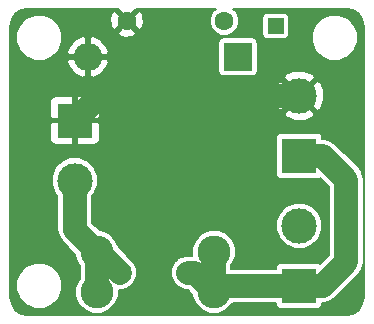
<source format=gbl>
G04 #@! TF.FileFunction,Copper,L2,Bot,Signal*
%FSLAX46Y46*%
G04 Gerber Fmt 4.6, Leading zero omitted, Abs format (unit mm)*
G04 Created by KiCad (PCBNEW 4.0.7) date 07/04/19 18:58:04*
%MOMM*%
%LPD*%
G01*
G04 APERTURE LIST*
%ADD10C,0.100000*%
%ADD11R,2.400000X2.400000*%
%ADD12O,2.400000X2.400000*%
%ADD13C,1.600000*%
%ADD14C,2.000000*%
%ADD15R,1.350000X1.350000*%
%ADD16R,3.000000X3.000000*%
%ADD17C,3.000000*%
%ADD18C,2.780000*%
%ADD19C,2.032000*%
%ADD20C,0.200000*%
G04 APERTURE END LIST*
D10*
D11*
X146812000Y-53975000D03*
D12*
X134112000Y-53975000D03*
D13*
X137418000Y-50927000D03*
X145668000Y-50927000D03*
D14*
X136800000Y-72263000D03*
X142600000Y-72263000D03*
D15*
X149998000Y-51365000D03*
D16*
X151998000Y-62365000D03*
D17*
X151998000Y-57285000D03*
D16*
X132998000Y-59365000D03*
D17*
X132998000Y-64445000D03*
D16*
X151998000Y-73365000D03*
D17*
X151998000Y-68285000D03*
D18*
X134874000Y-70485000D03*
X134874000Y-73885000D03*
X144794000Y-70485000D03*
X144794000Y-73885000D03*
D19*
X151998000Y-57285000D02*
X135078000Y-57285000D01*
X135078000Y-57285000D02*
X132998000Y-59365000D01*
X151998000Y-73365000D02*
X145314000Y-73365000D01*
X145314000Y-73365000D02*
X144794000Y-73885000D01*
X144794000Y-70485000D02*
X144794000Y-73885000D01*
X142600000Y-72263000D02*
X143172000Y-72263000D01*
X143172000Y-72263000D02*
X144794000Y-73885000D01*
X151998000Y-73365000D02*
X153998000Y-73365000D01*
X153998000Y-62365000D02*
X151998000Y-62365000D01*
X155998000Y-64365000D02*
X153998000Y-62365000D01*
X155998000Y-71365000D02*
X155998000Y-64365000D01*
X153998000Y-73365000D02*
X155998000Y-71365000D01*
X134874000Y-70485000D02*
X135022000Y-70485000D01*
X135022000Y-70485000D02*
X136800000Y-72263000D01*
X134874000Y-73885000D02*
X134874000Y-70485000D01*
X132998000Y-64445000D02*
X132998000Y-68609000D01*
X132998000Y-68609000D02*
X134874000Y-70485000D01*
X132998000Y-64445000D02*
X133078000Y-64445000D01*
D20*
G36*
X136625820Y-49917031D02*
X137418000Y-50709211D01*
X138210180Y-49917031D01*
X138201238Y-49890000D01*
X144937500Y-49890000D01*
X144608919Y-50218007D01*
X144418217Y-50677269D01*
X144417783Y-51174550D01*
X144607684Y-51634143D01*
X144959007Y-51986081D01*
X145418269Y-52176783D01*
X145915550Y-52177217D01*
X146375143Y-51987316D01*
X146727081Y-51635993D01*
X146917783Y-51176731D01*
X146918207Y-50690000D01*
X148864184Y-50690000D01*
X148864184Y-52040000D01*
X148895562Y-52206760D01*
X148994117Y-52359919D01*
X149144495Y-52462668D01*
X149323000Y-52498816D01*
X150673000Y-52498816D01*
X150839760Y-52467438D01*
X150992919Y-52368883D01*
X151095668Y-52218505D01*
X151131816Y-52040000D01*
X151131816Y-50690000D01*
X151100438Y-50523240D01*
X151001883Y-50370081D01*
X150851505Y-50267332D01*
X150673000Y-50231184D01*
X149323000Y-50231184D01*
X149156240Y-50262562D01*
X149003081Y-50361117D01*
X148900332Y-50511495D01*
X148864184Y-50690000D01*
X146918207Y-50690000D01*
X146918217Y-50679450D01*
X146728316Y-50219857D01*
X146399035Y-49890000D01*
X155946294Y-49890000D01*
X156558522Y-50011780D01*
X157033710Y-50329290D01*
X157351220Y-50804479D01*
X157473000Y-51416706D01*
X157473000Y-74313294D01*
X157351220Y-74925521D01*
X157033710Y-75400710D01*
X156558522Y-75718220D01*
X155946294Y-75840000D01*
X129049706Y-75840000D01*
X128437479Y-75718220D01*
X127962290Y-75400710D01*
X127644780Y-74925522D01*
X127523000Y-74313294D01*
X127523000Y-73751177D01*
X128047662Y-73751177D01*
X128343906Y-74468143D01*
X128891971Y-75017166D01*
X129608419Y-75314661D01*
X130384177Y-75315338D01*
X131101143Y-75019094D01*
X131650166Y-74471029D01*
X131947661Y-73754581D01*
X131948338Y-72978823D01*
X131652094Y-72261857D01*
X131104029Y-71712834D01*
X130387581Y-71415339D01*
X129611823Y-71414662D01*
X128894857Y-71710906D01*
X128345834Y-72258971D01*
X128048339Y-72975419D01*
X128047662Y-73751177D01*
X127523000Y-73751177D01*
X127523000Y-64831177D01*
X131047662Y-64831177D01*
X131343906Y-65548143D01*
X131532000Y-65736566D01*
X131532000Y-68608995D01*
X131531999Y-68609000D01*
X131643593Y-69170014D01*
X131961381Y-69645619D01*
X133033796Y-70718033D01*
X133033681Y-70849393D01*
X133313214Y-71525915D01*
X133408000Y-71620867D01*
X133408000Y-72748558D01*
X133315033Y-72841363D01*
X133034320Y-73517396D01*
X133033681Y-74249393D01*
X133313214Y-74925915D01*
X133830363Y-75443967D01*
X134506396Y-75724680D01*
X135238393Y-75725319D01*
X135914915Y-75445786D01*
X136432967Y-74928637D01*
X136713680Y-74252604D01*
X136714151Y-73712926D01*
X136719208Y-73712930D01*
X136800000Y-73729001D01*
X136880087Y-73713070D01*
X137087157Y-73713251D01*
X137280225Y-73633477D01*
X137361014Y-73617407D01*
X137428905Y-73572044D01*
X137620286Y-73492967D01*
X137768126Y-73345384D01*
X137836619Y-73299619D01*
X137881985Y-73231724D01*
X138028533Y-73085431D01*
X138108644Y-72892504D01*
X138154407Y-72824014D01*
X138170337Y-72743931D01*
X138249748Y-72552688D01*
X138249930Y-72343793D01*
X138266001Y-72263000D01*
X141134000Y-72263000D01*
X141149930Y-72343083D01*
X141149749Y-72550157D01*
X141229523Y-72743225D01*
X141245593Y-72824014D01*
X141290956Y-72891905D01*
X141370033Y-73083286D01*
X141517616Y-73231126D01*
X141563381Y-73299619D01*
X141631276Y-73344985D01*
X141777569Y-73491533D01*
X141970496Y-73571644D01*
X142038986Y-73617407D01*
X142119068Y-73633336D01*
X142310312Y-73712748D01*
X142519212Y-73712930D01*
X142556013Y-73720250D01*
X142953796Y-74118033D01*
X142953681Y-74249393D01*
X143233214Y-74925915D01*
X143750363Y-75443967D01*
X144426396Y-75724680D01*
X145158393Y-75725319D01*
X145834915Y-75445786D01*
X146352967Y-74928637D01*
X146393509Y-74831000D01*
X150039184Y-74831000D01*
X150039184Y-74865000D01*
X150070562Y-75031760D01*
X150169117Y-75184919D01*
X150319495Y-75287668D01*
X150498000Y-75323816D01*
X153498000Y-75323816D01*
X153664760Y-75292438D01*
X153817919Y-75193883D01*
X153920668Y-75043505D01*
X153956816Y-74865000D01*
X153956816Y-74831000D01*
X153997995Y-74831000D01*
X153998000Y-74831001D01*
X154559014Y-74719407D01*
X155034619Y-74401619D01*
X157034616Y-72401621D01*
X157034619Y-72401619D01*
X157352407Y-71926014D01*
X157357781Y-71898999D01*
X157464001Y-71365000D01*
X157464000Y-71364995D01*
X157464000Y-64365005D01*
X157464001Y-64365000D01*
X157352407Y-63803986D01*
X157295893Y-63719407D01*
X157034619Y-63328381D01*
X157034616Y-63328379D01*
X155034619Y-61328381D01*
X154559014Y-61010593D01*
X153998000Y-60898999D01*
X153997995Y-60899000D01*
X153956816Y-60899000D01*
X153956816Y-60865000D01*
X153925438Y-60698240D01*
X153826883Y-60545081D01*
X153676505Y-60442332D01*
X153498000Y-60406184D01*
X150498000Y-60406184D01*
X150331240Y-60437562D01*
X150178081Y-60536117D01*
X150075332Y-60686495D01*
X150039184Y-60865000D01*
X150039184Y-63865000D01*
X150070562Y-64031760D01*
X150169117Y-64184919D01*
X150319495Y-64287668D01*
X150498000Y-64323816D01*
X153498000Y-64323816D01*
X153664760Y-64292438D01*
X153778811Y-64219048D01*
X154532000Y-64972237D01*
X154532000Y-70757763D01*
X153778049Y-71511714D01*
X153676505Y-71442332D01*
X153498000Y-71406184D01*
X150498000Y-71406184D01*
X150331240Y-71437562D01*
X150178081Y-71536117D01*
X150075332Y-71686495D01*
X150039184Y-71865000D01*
X150039184Y-71899000D01*
X146260000Y-71899000D01*
X146260000Y-71621442D01*
X146352967Y-71528637D01*
X146633680Y-70852604D01*
X146634319Y-70120607D01*
X146354786Y-69444085D01*
X145837637Y-68926033D01*
X145223875Y-68671177D01*
X150047662Y-68671177D01*
X150343906Y-69388143D01*
X150891971Y-69937166D01*
X151608419Y-70234661D01*
X152384177Y-70235338D01*
X153101143Y-69939094D01*
X153650166Y-69391029D01*
X153947661Y-68674581D01*
X153948338Y-67898823D01*
X153652094Y-67181857D01*
X153104029Y-66632834D01*
X152387581Y-66335339D01*
X151611823Y-66334662D01*
X150894857Y-66630906D01*
X150345834Y-67178971D01*
X150048339Y-67895419D01*
X150047662Y-68671177D01*
X145223875Y-68671177D01*
X145161604Y-68645320D01*
X144429607Y-68644681D01*
X143753085Y-68924214D01*
X143235033Y-69441363D01*
X142954320Y-70117396D01*
X142953727Y-70797000D01*
X142600000Y-70797000D01*
X142519917Y-70812930D01*
X142312843Y-70812749D01*
X142119775Y-70892523D01*
X142038986Y-70908593D01*
X141971095Y-70953956D01*
X141779714Y-71033033D01*
X141631874Y-71180616D01*
X141563381Y-71226381D01*
X141518015Y-71294276D01*
X141371467Y-71440569D01*
X141291356Y-71633496D01*
X141245593Y-71701986D01*
X141229664Y-71782068D01*
X141150252Y-71973312D01*
X141150070Y-72182212D01*
X141134000Y-72263000D01*
X138266001Y-72263000D01*
X138250070Y-72182913D01*
X138250251Y-71975843D01*
X138170477Y-71782774D01*
X138154407Y-71701987D01*
X138109045Y-71634098D01*
X138029967Y-71442714D01*
X137882382Y-71294872D01*
X137836619Y-71226382D01*
X136702683Y-70092445D01*
X136434786Y-69444085D01*
X135917637Y-68926033D01*
X135241604Y-68645320D01*
X135107440Y-68645203D01*
X134464000Y-68001762D01*
X134464000Y-65736870D01*
X134650166Y-65551029D01*
X134947661Y-64834581D01*
X134948338Y-64058823D01*
X134652094Y-63341857D01*
X134104029Y-62792834D01*
X133387581Y-62495339D01*
X132611823Y-62494662D01*
X131894857Y-62790906D01*
X131345834Y-63338971D01*
X131048339Y-64055419D01*
X131047662Y-64831177D01*
X127523000Y-64831177D01*
X127523000Y-59671000D01*
X130890000Y-59671000D01*
X130890000Y-60985939D01*
X130982563Y-61209405D01*
X131153596Y-61380438D01*
X131377062Y-61473000D01*
X132692000Y-61473000D01*
X132844000Y-61321000D01*
X132844000Y-59519000D01*
X133152000Y-59519000D01*
X133152000Y-61321000D01*
X133304000Y-61473000D01*
X134618938Y-61473000D01*
X134842404Y-61380438D01*
X135013437Y-61209405D01*
X135106000Y-60985939D01*
X135106000Y-59671000D01*
X134954000Y-59519000D01*
X133152000Y-59519000D01*
X132844000Y-59519000D01*
X131042000Y-59519000D01*
X130890000Y-59671000D01*
X127523000Y-59671000D01*
X127523000Y-57744061D01*
X130890000Y-57744061D01*
X130890000Y-59059000D01*
X131042000Y-59211000D01*
X132844000Y-59211000D01*
X132844000Y-57409000D01*
X133152000Y-57409000D01*
X133152000Y-59211000D01*
X134954000Y-59211000D01*
X135106000Y-59059000D01*
X135106000Y-58801993D01*
X150698796Y-58801993D01*
X150862510Y-59109869D01*
X151647291Y-59405492D01*
X152485464Y-59378289D01*
X153133490Y-59109869D01*
X153297204Y-58801993D01*
X151998000Y-57502789D01*
X150698796Y-58801993D01*
X135106000Y-58801993D01*
X135106000Y-57744061D01*
X135013437Y-57520595D01*
X134842404Y-57349562D01*
X134618938Y-57257000D01*
X133304000Y-57257000D01*
X133152000Y-57409000D01*
X132844000Y-57409000D01*
X132692000Y-57257000D01*
X131377062Y-57257000D01*
X131153596Y-57349562D01*
X130982563Y-57520595D01*
X130890000Y-57744061D01*
X127523000Y-57744061D01*
X127523000Y-56934291D01*
X149877508Y-56934291D01*
X149904711Y-57772464D01*
X150173131Y-58420490D01*
X150481007Y-58584204D01*
X151780211Y-57285000D01*
X152215789Y-57285000D01*
X153514993Y-58584204D01*
X153822869Y-58420490D01*
X154118492Y-57635709D01*
X154091289Y-56797536D01*
X153822869Y-56149510D01*
X153514993Y-55985796D01*
X152215789Y-57285000D01*
X151780211Y-57285000D01*
X150481007Y-55985796D01*
X150173131Y-56149510D01*
X149877508Y-56934291D01*
X127523000Y-56934291D01*
X127523000Y-55768007D01*
X150698796Y-55768007D01*
X151998000Y-57067211D01*
X153297204Y-55768007D01*
X153133490Y-55460131D01*
X152348709Y-55164508D01*
X151510536Y-55191711D01*
X150862510Y-55460131D01*
X150698796Y-55768007D01*
X127523000Y-55768007D01*
X127523000Y-54408910D01*
X132356840Y-54408910D01*
X132564086Y-54909270D01*
X133039444Y-55430514D01*
X133678089Y-55730169D01*
X133958000Y-55624439D01*
X133958000Y-54129000D01*
X134266000Y-54129000D01*
X134266000Y-55624439D01*
X134545911Y-55730169D01*
X135184556Y-55430514D01*
X135659914Y-54909270D01*
X135867160Y-54408910D01*
X135760824Y-54129000D01*
X134266000Y-54129000D01*
X133958000Y-54129000D01*
X132463176Y-54129000D01*
X132356840Y-54408910D01*
X127523000Y-54408910D01*
X127523000Y-52751177D01*
X128047662Y-52751177D01*
X128343906Y-53468143D01*
X128891971Y-54017166D01*
X129608419Y-54314661D01*
X130384177Y-54315338D01*
X131101143Y-54019094D01*
X131579982Y-53541090D01*
X132356840Y-53541090D01*
X132463176Y-53821000D01*
X133958000Y-53821000D01*
X133958000Y-52325561D01*
X134266000Y-52325561D01*
X134266000Y-53821000D01*
X135760824Y-53821000D01*
X135867160Y-53541090D01*
X135659914Y-53040730D01*
X135417577Y-52775000D01*
X145153184Y-52775000D01*
X145153184Y-55175000D01*
X145184562Y-55341760D01*
X145283117Y-55494919D01*
X145433495Y-55597668D01*
X145612000Y-55633816D01*
X148012000Y-55633816D01*
X148178760Y-55602438D01*
X148331919Y-55503883D01*
X148434668Y-55353505D01*
X148470816Y-55175000D01*
X148470816Y-52775000D01*
X148466334Y-52751177D01*
X153047662Y-52751177D01*
X153343906Y-53468143D01*
X153891971Y-54017166D01*
X154608419Y-54314661D01*
X155384177Y-54315338D01*
X156101143Y-54019094D01*
X156650166Y-53471029D01*
X156947661Y-52754581D01*
X156948338Y-51978823D01*
X156652094Y-51261857D01*
X156104029Y-50712834D01*
X155387581Y-50415339D01*
X154611823Y-50414662D01*
X153894857Y-50710906D01*
X153345834Y-51258971D01*
X153048339Y-51975419D01*
X153047662Y-52751177D01*
X148466334Y-52751177D01*
X148439438Y-52608240D01*
X148340883Y-52455081D01*
X148190505Y-52352332D01*
X148012000Y-52316184D01*
X145612000Y-52316184D01*
X145445240Y-52347562D01*
X145292081Y-52446117D01*
X145189332Y-52596495D01*
X145153184Y-52775000D01*
X135417577Y-52775000D01*
X135184556Y-52519486D01*
X134545911Y-52219831D01*
X134266000Y-52325561D01*
X133958000Y-52325561D01*
X133678089Y-52219831D01*
X133039444Y-52519486D01*
X132564086Y-53040730D01*
X132356840Y-53541090D01*
X131579982Y-53541090D01*
X131650166Y-53471029D01*
X131947661Y-52754581D01*
X131948338Y-51978823D01*
X131931045Y-51936969D01*
X136625820Y-51936969D01*
X136703643Y-52172229D01*
X137234548Y-52350815D01*
X137793382Y-52312637D01*
X138132357Y-52172229D01*
X138210180Y-51936969D01*
X137418000Y-51144789D01*
X136625820Y-51936969D01*
X131931045Y-51936969D01*
X131652094Y-51261857D01*
X131134690Y-50743548D01*
X135994185Y-50743548D01*
X136032363Y-51302382D01*
X136172771Y-51641357D01*
X136408031Y-51719180D01*
X137200211Y-50927000D01*
X137635789Y-50927000D01*
X138427969Y-51719180D01*
X138663229Y-51641357D01*
X138841815Y-51110452D01*
X138803637Y-50551618D01*
X138663229Y-50212643D01*
X138427969Y-50134820D01*
X137635789Y-50927000D01*
X137200211Y-50927000D01*
X136408031Y-50134820D01*
X136172771Y-50212643D01*
X135994185Y-50743548D01*
X131134690Y-50743548D01*
X131104029Y-50712834D01*
X130387581Y-50415339D01*
X129611823Y-50414662D01*
X128894857Y-50710906D01*
X128345834Y-51258971D01*
X128048339Y-51975419D01*
X128047662Y-52751177D01*
X127523000Y-52751177D01*
X127523000Y-51416706D01*
X127644780Y-50804478D01*
X127962290Y-50329290D01*
X128437479Y-50011780D01*
X129049706Y-49890000D01*
X136634762Y-49890000D01*
X136625820Y-49917031D01*
X136625820Y-49917031D01*
G37*
X136625820Y-49917031D02*
X137418000Y-50709211D01*
X138210180Y-49917031D01*
X138201238Y-49890000D01*
X144937500Y-49890000D01*
X144608919Y-50218007D01*
X144418217Y-50677269D01*
X144417783Y-51174550D01*
X144607684Y-51634143D01*
X144959007Y-51986081D01*
X145418269Y-52176783D01*
X145915550Y-52177217D01*
X146375143Y-51987316D01*
X146727081Y-51635993D01*
X146917783Y-51176731D01*
X146918207Y-50690000D01*
X148864184Y-50690000D01*
X148864184Y-52040000D01*
X148895562Y-52206760D01*
X148994117Y-52359919D01*
X149144495Y-52462668D01*
X149323000Y-52498816D01*
X150673000Y-52498816D01*
X150839760Y-52467438D01*
X150992919Y-52368883D01*
X151095668Y-52218505D01*
X151131816Y-52040000D01*
X151131816Y-50690000D01*
X151100438Y-50523240D01*
X151001883Y-50370081D01*
X150851505Y-50267332D01*
X150673000Y-50231184D01*
X149323000Y-50231184D01*
X149156240Y-50262562D01*
X149003081Y-50361117D01*
X148900332Y-50511495D01*
X148864184Y-50690000D01*
X146918207Y-50690000D01*
X146918217Y-50679450D01*
X146728316Y-50219857D01*
X146399035Y-49890000D01*
X155946294Y-49890000D01*
X156558522Y-50011780D01*
X157033710Y-50329290D01*
X157351220Y-50804479D01*
X157473000Y-51416706D01*
X157473000Y-74313294D01*
X157351220Y-74925521D01*
X157033710Y-75400710D01*
X156558522Y-75718220D01*
X155946294Y-75840000D01*
X129049706Y-75840000D01*
X128437479Y-75718220D01*
X127962290Y-75400710D01*
X127644780Y-74925522D01*
X127523000Y-74313294D01*
X127523000Y-73751177D01*
X128047662Y-73751177D01*
X128343906Y-74468143D01*
X128891971Y-75017166D01*
X129608419Y-75314661D01*
X130384177Y-75315338D01*
X131101143Y-75019094D01*
X131650166Y-74471029D01*
X131947661Y-73754581D01*
X131948338Y-72978823D01*
X131652094Y-72261857D01*
X131104029Y-71712834D01*
X130387581Y-71415339D01*
X129611823Y-71414662D01*
X128894857Y-71710906D01*
X128345834Y-72258971D01*
X128048339Y-72975419D01*
X128047662Y-73751177D01*
X127523000Y-73751177D01*
X127523000Y-64831177D01*
X131047662Y-64831177D01*
X131343906Y-65548143D01*
X131532000Y-65736566D01*
X131532000Y-68608995D01*
X131531999Y-68609000D01*
X131643593Y-69170014D01*
X131961381Y-69645619D01*
X133033796Y-70718033D01*
X133033681Y-70849393D01*
X133313214Y-71525915D01*
X133408000Y-71620867D01*
X133408000Y-72748558D01*
X133315033Y-72841363D01*
X133034320Y-73517396D01*
X133033681Y-74249393D01*
X133313214Y-74925915D01*
X133830363Y-75443967D01*
X134506396Y-75724680D01*
X135238393Y-75725319D01*
X135914915Y-75445786D01*
X136432967Y-74928637D01*
X136713680Y-74252604D01*
X136714151Y-73712926D01*
X136719208Y-73712930D01*
X136800000Y-73729001D01*
X136880087Y-73713070D01*
X137087157Y-73713251D01*
X137280225Y-73633477D01*
X137361014Y-73617407D01*
X137428905Y-73572044D01*
X137620286Y-73492967D01*
X137768126Y-73345384D01*
X137836619Y-73299619D01*
X137881985Y-73231724D01*
X138028533Y-73085431D01*
X138108644Y-72892504D01*
X138154407Y-72824014D01*
X138170337Y-72743931D01*
X138249748Y-72552688D01*
X138249930Y-72343793D01*
X138266001Y-72263000D01*
X141134000Y-72263000D01*
X141149930Y-72343083D01*
X141149749Y-72550157D01*
X141229523Y-72743225D01*
X141245593Y-72824014D01*
X141290956Y-72891905D01*
X141370033Y-73083286D01*
X141517616Y-73231126D01*
X141563381Y-73299619D01*
X141631276Y-73344985D01*
X141777569Y-73491533D01*
X141970496Y-73571644D01*
X142038986Y-73617407D01*
X142119068Y-73633336D01*
X142310312Y-73712748D01*
X142519212Y-73712930D01*
X142556013Y-73720250D01*
X142953796Y-74118033D01*
X142953681Y-74249393D01*
X143233214Y-74925915D01*
X143750363Y-75443967D01*
X144426396Y-75724680D01*
X145158393Y-75725319D01*
X145834915Y-75445786D01*
X146352967Y-74928637D01*
X146393509Y-74831000D01*
X150039184Y-74831000D01*
X150039184Y-74865000D01*
X150070562Y-75031760D01*
X150169117Y-75184919D01*
X150319495Y-75287668D01*
X150498000Y-75323816D01*
X153498000Y-75323816D01*
X153664760Y-75292438D01*
X153817919Y-75193883D01*
X153920668Y-75043505D01*
X153956816Y-74865000D01*
X153956816Y-74831000D01*
X153997995Y-74831000D01*
X153998000Y-74831001D01*
X154559014Y-74719407D01*
X155034619Y-74401619D01*
X157034616Y-72401621D01*
X157034619Y-72401619D01*
X157352407Y-71926014D01*
X157357781Y-71898999D01*
X157464001Y-71365000D01*
X157464000Y-71364995D01*
X157464000Y-64365005D01*
X157464001Y-64365000D01*
X157352407Y-63803986D01*
X157295893Y-63719407D01*
X157034619Y-63328381D01*
X157034616Y-63328379D01*
X155034619Y-61328381D01*
X154559014Y-61010593D01*
X153998000Y-60898999D01*
X153997995Y-60899000D01*
X153956816Y-60899000D01*
X153956816Y-60865000D01*
X153925438Y-60698240D01*
X153826883Y-60545081D01*
X153676505Y-60442332D01*
X153498000Y-60406184D01*
X150498000Y-60406184D01*
X150331240Y-60437562D01*
X150178081Y-60536117D01*
X150075332Y-60686495D01*
X150039184Y-60865000D01*
X150039184Y-63865000D01*
X150070562Y-64031760D01*
X150169117Y-64184919D01*
X150319495Y-64287668D01*
X150498000Y-64323816D01*
X153498000Y-64323816D01*
X153664760Y-64292438D01*
X153778811Y-64219048D01*
X154532000Y-64972237D01*
X154532000Y-70757763D01*
X153778049Y-71511714D01*
X153676505Y-71442332D01*
X153498000Y-71406184D01*
X150498000Y-71406184D01*
X150331240Y-71437562D01*
X150178081Y-71536117D01*
X150075332Y-71686495D01*
X150039184Y-71865000D01*
X150039184Y-71899000D01*
X146260000Y-71899000D01*
X146260000Y-71621442D01*
X146352967Y-71528637D01*
X146633680Y-70852604D01*
X146634319Y-70120607D01*
X146354786Y-69444085D01*
X145837637Y-68926033D01*
X145223875Y-68671177D01*
X150047662Y-68671177D01*
X150343906Y-69388143D01*
X150891971Y-69937166D01*
X151608419Y-70234661D01*
X152384177Y-70235338D01*
X153101143Y-69939094D01*
X153650166Y-69391029D01*
X153947661Y-68674581D01*
X153948338Y-67898823D01*
X153652094Y-67181857D01*
X153104029Y-66632834D01*
X152387581Y-66335339D01*
X151611823Y-66334662D01*
X150894857Y-66630906D01*
X150345834Y-67178971D01*
X150048339Y-67895419D01*
X150047662Y-68671177D01*
X145223875Y-68671177D01*
X145161604Y-68645320D01*
X144429607Y-68644681D01*
X143753085Y-68924214D01*
X143235033Y-69441363D01*
X142954320Y-70117396D01*
X142953727Y-70797000D01*
X142600000Y-70797000D01*
X142519917Y-70812930D01*
X142312843Y-70812749D01*
X142119775Y-70892523D01*
X142038986Y-70908593D01*
X141971095Y-70953956D01*
X141779714Y-71033033D01*
X141631874Y-71180616D01*
X141563381Y-71226381D01*
X141518015Y-71294276D01*
X141371467Y-71440569D01*
X141291356Y-71633496D01*
X141245593Y-71701986D01*
X141229664Y-71782068D01*
X141150252Y-71973312D01*
X141150070Y-72182212D01*
X141134000Y-72263000D01*
X138266001Y-72263000D01*
X138250070Y-72182913D01*
X138250251Y-71975843D01*
X138170477Y-71782774D01*
X138154407Y-71701987D01*
X138109045Y-71634098D01*
X138029967Y-71442714D01*
X137882382Y-71294872D01*
X137836619Y-71226382D01*
X136702683Y-70092445D01*
X136434786Y-69444085D01*
X135917637Y-68926033D01*
X135241604Y-68645320D01*
X135107440Y-68645203D01*
X134464000Y-68001762D01*
X134464000Y-65736870D01*
X134650166Y-65551029D01*
X134947661Y-64834581D01*
X134948338Y-64058823D01*
X134652094Y-63341857D01*
X134104029Y-62792834D01*
X133387581Y-62495339D01*
X132611823Y-62494662D01*
X131894857Y-62790906D01*
X131345834Y-63338971D01*
X131048339Y-64055419D01*
X131047662Y-64831177D01*
X127523000Y-64831177D01*
X127523000Y-59671000D01*
X130890000Y-59671000D01*
X130890000Y-60985939D01*
X130982563Y-61209405D01*
X131153596Y-61380438D01*
X131377062Y-61473000D01*
X132692000Y-61473000D01*
X132844000Y-61321000D01*
X132844000Y-59519000D01*
X133152000Y-59519000D01*
X133152000Y-61321000D01*
X133304000Y-61473000D01*
X134618938Y-61473000D01*
X134842404Y-61380438D01*
X135013437Y-61209405D01*
X135106000Y-60985939D01*
X135106000Y-59671000D01*
X134954000Y-59519000D01*
X133152000Y-59519000D01*
X132844000Y-59519000D01*
X131042000Y-59519000D01*
X130890000Y-59671000D01*
X127523000Y-59671000D01*
X127523000Y-57744061D01*
X130890000Y-57744061D01*
X130890000Y-59059000D01*
X131042000Y-59211000D01*
X132844000Y-59211000D01*
X132844000Y-57409000D01*
X133152000Y-57409000D01*
X133152000Y-59211000D01*
X134954000Y-59211000D01*
X135106000Y-59059000D01*
X135106000Y-58801993D01*
X150698796Y-58801993D01*
X150862510Y-59109869D01*
X151647291Y-59405492D01*
X152485464Y-59378289D01*
X153133490Y-59109869D01*
X153297204Y-58801993D01*
X151998000Y-57502789D01*
X150698796Y-58801993D01*
X135106000Y-58801993D01*
X135106000Y-57744061D01*
X135013437Y-57520595D01*
X134842404Y-57349562D01*
X134618938Y-57257000D01*
X133304000Y-57257000D01*
X133152000Y-57409000D01*
X132844000Y-57409000D01*
X132692000Y-57257000D01*
X131377062Y-57257000D01*
X131153596Y-57349562D01*
X130982563Y-57520595D01*
X130890000Y-57744061D01*
X127523000Y-57744061D01*
X127523000Y-56934291D01*
X149877508Y-56934291D01*
X149904711Y-57772464D01*
X150173131Y-58420490D01*
X150481007Y-58584204D01*
X151780211Y-57285000D01*
X152215789Y-57285000D01*
X153514993Y-58584204D01*
X153822869Y-58420490D01*
X154118492Y-57635709D01*
X154091289Y-56797536D01*
X153822869Y-56149510D01*
X153514993Y-55985796D01*
X152215789Y-57285000D01*
X151780211Y-57285000D01*
X150481007Y-55985796D01*
X150173131Y-56149510D01*
X149877508Y-56934291D01*
X127523000Y-56934291D01*
X127523000Y-55768007D01*
X150698796Y-55768007D01*
X151998000Y-57067211D01*
X153297204Y-55768007D01*
X153133490Y-55460131D01*
X152348709Y-55164508D01*
X151510536Y-55191711D01*
X150862510Y-55460131D01*
X150698796Y-55768007D01*
X127523000Y-55768007D01*
X127523000Y-54408910D01*
X132356840Y-54408910D01*
X132564086Y-54909270D01*
X133039444Y-55430514D01*
X133678089Y-55730169D01*
X133958000Y-55624439D01*
X133958000Y-54129000D01*
X134266000Y-54129000D01*
X134266000Y-55624439D01*
X134545911Y-55730169D01*
X135184556Y-55430514D01*
X135659914Y-54909270D01*
X135867160Y-54408910D01*
X135760824Y-54129000D01*
X134266000Y-54129000D01*
X133958000Y-54129000D01*
X132463176Y-54129000D01*
X132356840Y-54408910D01*
X127523000Y-54408910D01*
X127523000Y-52751177D01*
X128047662Y-52751177D01*
X128343906Y-53468143D01*
X128891971Y-54017166D01*
X129608419Y-54314661D01*
X130384177Y-54315338D01*
X131101143Y-54019094D01*
X131579982Y-53541090D01*
X132356840Y-53541090D01*
X132463176Y-53821000D01*
X133958000Y-53821000D01*
X133958000Y-52325561D01*
X134266000Y-52325561D01*
X134266000Y-53821000D01*
X135760824Y-53821000D01*
X135867160Y-53541090D01*
X135659914Y-53040730D01*
X135417577Y-52775000D01*
X145153184Y-52775000D01*
X145153184Y-55175000D01*
X145184562Y-55341760D01*
X145283117Y-55494919D01*
X145433495Y-55597668D01*
X145612000Y-55633816D01*
X148012000Y-55633816D01*
X148178760Y-55602438D01*
X148331919Y-55503883D01*
X148434668Y-55353505D01*
X148470816Y-55175000D01*
X148470816Y-52775000D01*
X148466334Y-52751177D01*
X153047662Y-52751177D01*
X153343906Y-53468143D01*
X153891971Y-54017166D01*
X154608419Y-54314661D01*
X155384177Y-54315338D01*
X156101143Y-54019094D01*
X156650166Y-53471029D01*
X156947661Y-52754581D01*
X156948338Y-51978823D01*
X156652094Y-51261857D01*
X156104029Y-50712834D01*
X155387581Y-50415339D01*
X154611823Y-50414662D01*
X153894857Y-50710906D01*
X153345834Y-51258971D01*
X153048339Y-51975419D01*
X153047662Y-52751177D01*
X148466334Y-52751177D01*
X148439438Y-52608240D01*
X148340883Y-52455081D01*
X148190505Y-52352332D01*
X148012000Y-52316184D01*
X145612000Y-52316184D01*
X145445240Y-52347562D01*
X145292081Y-52446117D01*
X145189332Y-52596495D01*
X145153184Y-52775000D01*
X135417577Y-52775000D01*
X135184556Y-52519486D01*
X134545911Y-52219831D01*
X134266000Y-52325561D01*
X133958000Y-52325561D01*
X133678089Y-52219831D01*
X133039444Y-52519486D01*
X132564086Y-53040730D01*
X132356840Y-53541090D01*
X131579982Y-53541090D01*
X131650166Y-53471029D01*
X131947661Y-52754581D01*
X131948338Y-51978823D01*
X131931045Y-51936969D01*
X136625820Y-51936969D01*
X136703643Y-52172229D01*
X137234548Y-52350815D01*
X137793382Y-52312637D01*
X138132357Y-52172229D01*
X138210180Y-51936969D01*
X137418000Y-51144789D01*
X136625820Y-51936969D01*
X131931045Y-51936969D01*
X131652094Y-51261857D01*
X131134690Y-50743548D01*
X135994185Y-50743548D01*
X136032363Y-51302382D01*
X136172771Y-51641357D01*
X136408031Y-51719180D01*
X137200211Y-50927000D01*
X137635789Y-50927000D01*
X138427969Y-51719180D01*
X138663229Y-51641357D01*
X138841815Y-51110452D01*
X138803637Y-50551618D01*
X138663229Y-50212643D01*
X138427969Y-50134820D01*
X137635789Y-50927000D01*
X137200211Y-50927000D01*
X136408031Y-50134820D01*
X136172771Y-50212643D01*
X135994185Y-50743548D01*
X131134690Y-50743548D01*
X131104029Y-50712834D01*
X130387581Y-50415339D01*
X129611823Y-50414662D01*
X128894857Y-50710906D01*
X128345834Y-51258971D01*
X128048339Y-51975419D01*
X128047662Y-52751177D01*
X127523000Y-52751177D01*
X127523000Y-51416706D01*
X127644780Y-50804478D01*
X127962290Y-50329290D01*
X128437479Y-50011780D01*
X129049706Y-49890000D01*
X136634762Y-49890000D01*
X136625820Y-49917031D01*
M02*

</source>
